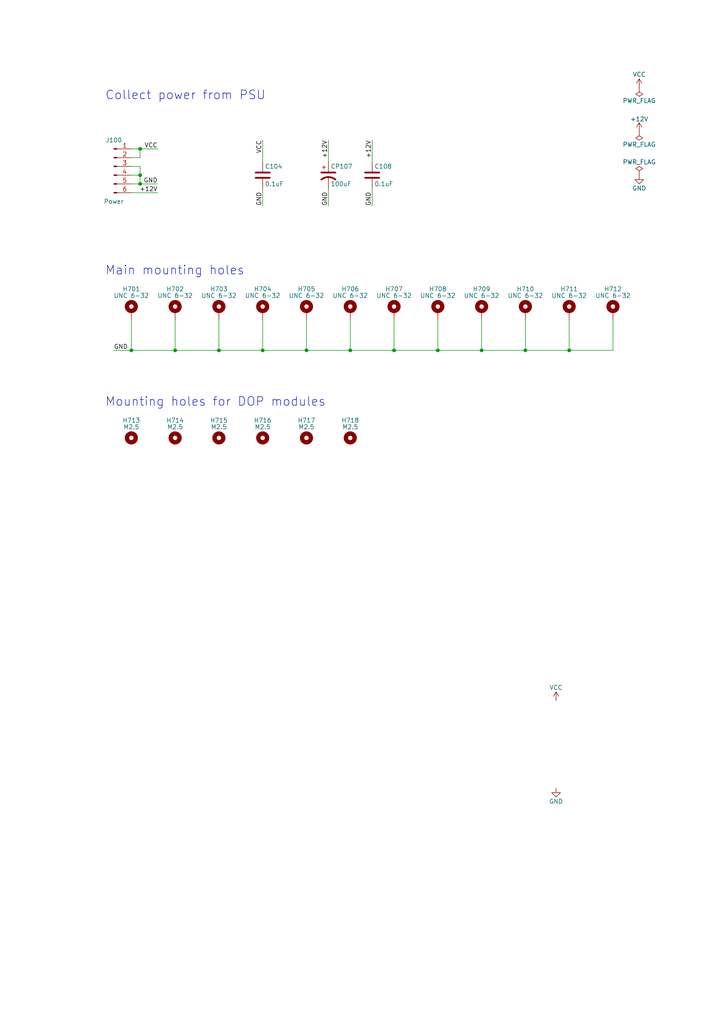
<source format=kicad_sch>
(kicad_sch (version 20230121) (generator eeschema)
  (paper "A4" portrait)
  (title_block (title "ReSTe mignon") (date "2022-07-13") (rev "mk0-0.1") (company "David SPORN") (comment 2 "original repository : https://github.com/sporniket/reste-mignon") (comment 4 "A remake of the Atari STe with some fixes applied and a target size of 25×18cm (B5)"))
  (lib_symbols
    (symbol "Connector:Conn_01x06_Male" (pin_names (offset 1.016) hide)
      (property "Reference" "J" (at 0 7.62 0))
      (property "Value" "Conn_01x06_Male" (at 0 -10.16 0))
      (symbol "Conn_01x06_Male_1_1"
        (polyline (pts (xy 1.27 -7.62) (xy 0.8636 -7.62)) (stroke (width 0.1524)))
        (polyline (pts (xy 1.27 -5.08) (xy 0.8636 -5.08)) (stroke (width 0.1524)))
        (polyline (pts (xy 1.27 -2.54) (xy 0.8636 -2.54)) (stroke (width 0.1524)))
        (polyline (pts (xy 1.27 0) (xy 0.8636 0)) (stroke (width 0.1524)))
        (polyline (pts (xy 1.27 2.54) (xy 0.8636 2.54)) (stroke (width 0.1524)))
        (polyline (pts (xy 1.27 5.08) (xy 0.8636 5.08)) (stroke (width 0.1524)))
        (rectangle (start 0.8636 -7.493) (end 0 -7.747) (stroke (width 0.1524)) (fill (type outline)))
        (rectangle (start 0.8636 -4.953) (end 0 -5.207) (stroke (width 0.1524)) (fill (type outline)))
        (rectangle (start 0.8636 -2.413) (end 0 -2.667) (stroke (width 0.1524)) (fill (type outline)))
        (rectangle (start 0.8636 0.127) (end 0 -0.127) (stroke (width 0.1524)) (fill (type outline)))
        (rectangle (start 0.8636 2.667) (end 0 2.413) (stroke (width 0.1524)) (fill (type outline)))
        (rectangle (start 0.8636 5.207) (end 0 4.953) (stroke (width 0.1524)) (fill (type outline)))
        (pin passive line (at 5.08 5.08 180) (length 3.81) (name "Pin_1") (number "1"))
        (pin passive line (at 5.08 2.54 180) (length 3.81) (name "Pin_2") (number "2"))
        (pin passive line (at 5.08 0 180) (length 3.81) (name "Pin_3") (number "3"))
        (pin passive line (at 5.08 -2.54 180) (length 3.81) (name "Pin_4") (number "4"))
        (pin passive line (at 5.08 -5.08 180) (length 3.81) (name "Pin_5") (number "5"))
        (pin passive line (at 5.08 -7.62 180) (length 3.81) (name "Pin_6") (number "6"))
      )
    )
    (symbol "Device:C" (pin_numbers hide) (pin_names (offset 0.254))
      (property "Reference" "C" (at 0.635 2.54 0))
      (property "Value" "C" (at 0.635 -2.54 0))
      (symbol "C_0_1"
        (polyline (pts (xy -2.032 -0.762) (xy 2.032 -0.762)) (stroke (width 0.508)))
        (polyline (pts (xy -2.032 0.762) (xy 2.032 0.762)) (stroke (width 0.508)))
      )
      (symbol "C_1_1"
        (pin passive line (at 0 3.81 270) (length 2.794) (name "~") (number "1"))
        (pin passive line (at 0 -3.81 90) (length 2.794) (name "~") (number "2"))
      )
    )
    (symbol "Device:C_Polarized_US" (pin_numbers hide) (pin_names (offset 0.254) hide)
      (property "Reference" "C" (at 0.635 2.54 0))
      (property "Value" "C_Polarized_US" (at 0.635 -2.54 0))
      (symbol "C_Polarized_US_0_1"
        (polyline (pts (xy -2.032 0.762) (xy 2.032 0.762)) (stroke (width 0.508)))
        (polyline (pts (xy -1.778 2.286) (xy -0.762 2.286)))
        (polyline (pts (xy -1.27 1.778) (xy -1.27 2.794)))
        (arc (start 2.032 -1.27) (mid 0 -0.5572) (end -2.032 -1.27) (stroke (width 0.508)))
      )
      (symbol "C_Polarized_US_1_1"
        (pin passive line (at 0 3.81 270) (length 2.794) (name "~") (number "1"))
        (pin passive line (at 0 -3.81 90) (length 3.302) (name "~") (number "2"))
      )
    )
    (symbol "Mechanical:MountingHole" (pin_names (offset 1.016))
      (property "Reference" "H" (at 0 5.08 0))
      (property "Value" "MountingHole" (at 0 3.175 0))
      (symbol "MountingHole_0_1"
        (circle (center 0 0) (radius 1.27) (stroke (width 1.27)))
      )
    )
    (symbol "Mechanical:MountingHole_Pad" (pin_numbers hide) (pin_names (offset 1.016) hide)
      (property "Reference" "H" (at 0 6.35 0))
      (property "Value" "MountingHole_Pad" (at 0 4.445 0))
      (symbol "MountingHole_Pad_0_1"
        (circle (center 0 1.27) (radius 1.27) (stroke (width 1.27)))
      )
      (symbol "MountingHole_Pad_1_1"
        (pin input line (at 0 -2.54 90) (length 2.54) (name "1") (number "1"))
      )
    )
    (symbol "power:+12V" (power) (pin_names (offset 0))
      (property "Value" "+12V" (at 0 3.556 0))
      (symbol "+12V_0_1"
        (polyline (pts (xy -0.762 1.27) (xy 0 2.54)))
        (polyline (pts (xy 0 0) (xy 0 2.54)))
        (polyline (pts (xy 0 2.54) (xy 0.762 1.27)))
      )
      (symbol "+12V_1_1"
        (pin power_in line (at 0 0 90) (length 0) hide (name "+12V") (number "1"))
      )
    )
    (symbol "power:GND" (power) (pin_names (offset 0))
      (property "Value" "GND" (at 0 -3.81 0))
      (symbol "GND_0_1"
        (polyline (pts (xy 0 0) (xy 0 -1.27) (xy 1.27 -1.27) (xy 0 -2.54) (xy -1.27 -1.27) (xy 0 -1.27)))
      )
      (symbol "GND_1_1"
        (pin power_in line (at 0 0 270) (length 0) hide (name "GND") (number "1"))
      )
    )
    (symbol "power:PWR_FLAG" (power) (pin_numbers hide) (pin_names (offset 0) hide)
      (property "Value" "PWR_FLAG" (at 0 3.81 0))
      (symbol "PWR_FLAG_0_0"
        (pin power_out line (at 0 0 90) (length 0) (name "pwr") (number "1"))
      )
      (symbol "PWR_FLAG_0_1"
        (polyline (pts (xy 0 0) (xy 0 1.27) (xy -1.016 1.905) (xy 0 2.54) (xy 1.016 1.905) (xy 0 1.27)))
      )
    )
    (symbol "power:VCC" (power) (pin_names (offset 0))
      (property "Value" "VCC" (at 0 3.81 0))
      (symbol "VCC_0_1"
        (polyline (pts (xy -0.762 1.27) (xy 0 2.54)))
        (polyline (pts (xy 0 0) (xy 0 2.54)))
        (polyline (pts (xy 0 2.54) (xy 0.762 1.27)))
      )
      (symbol "VCC_1_1"
        (pin power_in line (at 0 0 90) (length 0) hide (name "VCC") (number "1"))
      )
    )
  )
  (junction (at 114.3 101.6))
  (junction (at 40.64 50.8))
  (junction (at 40.64 53.34))
  (junction (at 50.8 101.6))
  (junction (at 139.7 101.6))
  (junction (at 76.2 101.6))
  (junction (at 152.4 101.6))
  (junction (at 88.9 101.6))
  (junction (at 127 101.6))
  (junction (at 40.64 43.18))
  (junction (at 101.6 101.6))
  (junction (at 165.1 101.6))
  (junction (at 38.1 101.6))
  (junction (at 63.5 101.6))
  (wire (pts (xy 152.4 92.71) (xy 152.4 101.6)))
  (wire (pts (xy 40.64 53.34) (xy 45.72 53.34)))
  (wire (pts (xy 33.02 101.6) (xy 38.1 101.6)))
  (wire (pts (xy 101.6 101.6) (xy 114.3 101.6)))
  (wire (pts (xy 76.2 101.6) (xy 88.9 101.6)))
  (wire (pts (xy 76.2 46.99) (xy 76.2 40.64)))
  (wire (pts (xy 127 101.6) (xy 139.7 101.6)))
  (wire (pts (xy 50.8 101.6) (xy 63.5 101.6)))
  (wire (pts (xy 76.2 59.69) (xy 76.2 54.61)))
  (wire (pts (xy 38.1 53.34) (xy 40.64 53.34)))
  (wire (pts (xy 127 92.71) (xy 127 101.6)))
  (wire (pts (xy 40.64 50.8) (xy 40.64 53.34)))
  (wire (pts (xy 63.5 92.71) (xy 63.5 101.6)))
  (wire (pts (xy 38.1 101.6) (xy 50.8 101.6)))
  (wire (pts (xy 40.64 43.18) (xy 45.72 43.18)))
  (wire (pts (xy 38.1 43.18) (xy 40.64 43.18)))
  (wire (pts (xy 165.1 101.6) (xy 177.8 101.6)))
  (wire (pts (xy 76.2 92.71) (xy 76.2 101.6)))
  (wire (pts (xy 139.7 101.6) (xy 152.4 101.6)))
  (wire (pts (xy 40.64 48.26) (xy 40.64 50.8)))
  (wire (pts (xy 107.95 46.99) (xy 107.95 40.64)))
  (wire (pts (xy 177.8 101.6) (xy 177.8 92.71)))
  (wire (pts (xy 40.64 45.72) (xy 40.64 43.18)))
  (wire (pts (xy 107.95 59.69) (xy 107.95 54.61)))
  (wire (pts (xy 50.8 92.71) (xy 50.8 101.6)))
  (wire (pts (xy 139.7 92.71) (xy 139.7 101.6)))
  (wire (pts (xy 38.1 48.26) (xy 40.64 48.26)))
  (wire (pts (xy 38.1 45.72) (xy 40.64 45.72)))
  (wire (pts (xy 114.3 92.71) (xy 114.3 101.6)))
  (wire (pts (xy 38.1 92.71) (xy 38.1 101.6)))
  (wire (pts (xy 165.1 92.71) (xy 165.1 101.6)))
  (wire (pts (xy 152.4 101.6) (xy 165.1 101.6)))
  (wire (pts (xy 95.25 59.69) (xy 95.25 54.61)))
  (wire (pts (xy 88.9 92.71) (xy 88.9 101.6)))
  (wire (pts (xy 101.6 92.71) (xy 101.6 101.6)))
  (wire (pts (xy 95.25 46.99) (xy 95.25 40.64)))
  (wire (pts (xy 63.5 101.6) (xy 76.2 101.6)))
  (wire (pts (xy 114.3 101.6) (xy 127 101.6)))
  (wire (pts (xy 88.9 101.6) (xy 101.6 101.6)))
  (wire (pts (xy 38.1 55.88) (xy 45.72 55.88)))
  (wire (pts (xy 38.1 50.8) (xy 40.64 50.8)))
  (text "Collect power from PSU" (at 30.48 29.21 0) (effects (font (size 2.54 2.54)) (justify left bottom)))
  (text "Mounting holes for DOP modules" (at 30.48 118.11 0) (effects (font (size 2.54 2.54)) (justify left bottom)))
  (text "Main mounting holes" (at 30.48 80.01 0) (effects (font (size 2.54 2.54)) (justify left bottom)))
  (label "GND" (at 33.02 101.6 0))
  (label "GND" (at 45.72 53.34 180))
  (label "GND" (at 107.95 59.69 90))
  (label "GND" (at 76.2 59.69 90))
  (label "+12V" (at 95.25 40.64 270))
  (label "VCC" (at 76.2 40.64 270))
  (label "GND" (at 95.25 59.69 90))
  (label "+12V" (at 45.72 55.88 180))
  (label "VCC" (at 45.72 43.18 180))
  (label "+12V" (at 107.95 40.64 270))
  (symbol (lib_id "Connector:Conn_01x06_Male") (at 33.02 48.26 0) (unit 1)
    (property "Reference" "J100" (at 33.02 40.64 0))
    (property "Value" "Power" (at 33.02 58.42 0))
    (property "Footprint" "Connector_Molex:Molex_KK-254_AE-6410-06A_1x06_P2.54mm_Vertical" (effects hide))
  )
  (symbol (lib_id "Device:C_Polarized_US") (at 95.25 50.8 0) (unit 1)
    (property "Reference" "CP107" (at 95.885 48.26 0) (effects (justify left)))
    (property "Value" "100uF" (at 95.885 53.34 0) (effects (justify left)))
    (property "Footprint" "Capacitor_THT:C_Radial_D8.0mm_H11.5mm_P3.50mm" (effects hide))
  )
  (symbol (lib_id "Device:C") (at 76.2 50.8 0) (unit 1)
    (property "Reference" "C104" (at 76.835 48.26 0) (effects (justify left)))
    (property "Value" "0.1uF" (at 76.835 53.34 0) (effects (justify left)))
    (property "Footprint" "Capacitor_SMD:C_1206_3216Metric_Pad1.33x1.80mm_HandSolder" (effects hide))
  )
  (symbol (lib_id "Device:C") (at 107.95 50.8 0) (unit 1)
    (property "Reference" "C108" (at 108.585 48.26 0) (effects (justify left)))
    (property "Value" "0.1uF" (at 108.585 53.34 0) (effects (justify left)))
    (property "Footprint" "Capacitor_SMD:C_1206_3216Metric_Pad1.33x1.80mm_HandSolder" (effects hide))
  )
  (symbol (lib_id "power:PWR_FLAG") (at 185.42 25.4 180) (unit 1)
    (property "Reference" "#FLG0101" (effects hide))
    (property "Value" "PWR_FLAG" (at 185.42 29.21 0))
  )
  (symbol (lib_id "power:PWR_FLAG") (at 185.42 50.8 0) (unit 1)
    (property "Reference" "#FLG0103" (effects hide))
    (property "Value" "PWR_FLAG" (at 185.42 46.99 0))
  )
  (symbol (lib_id "power:PWR_FLAG") (at 185.42 38.1 180) (unit 1)
    (property "Reference" "#FLG0102" (effects hide))
    (property "Value" "PWR_FLAG" (at 185.42 41.91 0))
  )
  (symbol (lib_id "power:VCC") (at 185.42 25.4 0) (unit 1)
    (property "Reference" "#PWR0102" (effects hide))
    (property "Value" "VCC" (at 185.42 21.59 0))
  )
  (symbol (lib_id "power:+12V") (at 185.42 38.1 0) (unit 1)
    (property "Reference" "#PWR0103" (effects hide))
    (property "Value" "+12V" (at 185.42 34.544 0))
  )
  (symbol (lib_id "power:GND") (at 185.42 50.8 0) (unit 1)
    (property "Reference" "#PWR0101" (effects hide))
    (property "Value" "GND" (at 185.42 54.61 0))
  )
  (symbol (lib_id "Mechanical:MountingHole_Pad") (at 38.1 90.17 0) (unit 1)
    (property "Reference" "H701" (at 38.1 83.82 0))
    (property "Value" "UNC 6-32" (at 38.1 85.725 0))
    (property "Footprint" "unc-mounting-holes:MountingHole_3.7mm_UTS_6_Pad_Via" (effects hide))
  )
  (symbol (lib_id "Mechanical:MountingHole_Pad") (at 50.8 90.17 0) (unit 1)
    (property "Reference" "H702" (at 50.8 83.82 0))
    (property "Value" "UNC 6-32" (at 50.8 85.725 0))
    (property "Footprint" "unc-mounting-holes:MountingHole_3.7mm_UTS_6_Pad_Via" (effects hide))
  )
  (symbol (lib_id "Mechanical:MountingHole_Pad") (at 63.5 90.17 0) (unit 1)
    (property "Reference" "H703" (at 63.5 83.82 0))
    (property "Value" "UNC 6-32" (at 63.5 85.725 0))
    (property "Footprint" "unc-mounting-holes:MountingHole_3.7mm_UTS_6_Pad_Via" (effects hide))
  )
  (symbol (lib_id "Mechanical:MountingHole_Pad") (at 76.2 90.17 0) (unit 1)
    (property "Reference" "H704" (at 76.2 83.82 0))
    (property "Value" "UNC 6-32" (at 76.2 85.725 0))
    (property "Footprint" "unc-mounting-holes:MountingHole_3.7mm_UTS_6_Pad_Via" (effects hide))
  )
  (symbol (lib_id "Mechanical:MountingHole_Pad") (at 88.9 90.17 0) (unit 1)
    (property "Reference" "H705" (at 88.9 83.82 0))
    (property "Value" "UNC 6-32" (at 88.9 85.725 0))
    (property "Footprint" "unc-mounting-holes:MountingHole_3.7mm_UTS_6_Pad_Via" (effects hide))
  )
  (symbol (lib_id "Mechanical:MountingHole_Pad") (at 101.6 90.17 0) (unit 1)
    (property "Reference" "H706" (at 101.6 83.82 0))
    (property "Value" "UNC 6-32" (at 101.6 85.725 0))
    (property "Footprint" "unc-mounting-holes:MountingHole_3.7mm_UTS_6_Pad_Via" (effects hide))
  )
  (symbol (lib_id "Mechanical:MountingHole_Pad") (at 114.3 90.17 0) (unit 1)
    (property "Reference" "H707" (at 114.3 83.82 0))
    (property "Value" "UNC 6-32" (at 114.3 85.725 0))
    (property "Footprint" "unc-mounting-holes:MountingHole_3.7mm_UTS_6_Pad_Via" (effects hide))
  )
  (symbol (lib_id "Mechanical:MountingHole_Pad") (at 127 90.17 0) (unit 1)
    (property "Reference" "H708" (at 127 83.82 0))
    (property "Value" "UNC 6-32" (at 127 85.725 0))
    (property "Footprint" "unc-mounting-holes:MountingHole_3.7mm_UTS_6_Pad_Via" (effects hide))
  )
  (symbol (lib_id "Mechanical:MountingHole_Pad") (at 139.7 90.17 0) (unit 1)
    (property "Reference" "H709" (at 139.7 83.82 0))
    (property "Value" "UNC 6-32" (at 139.7 85.725 0))
    (property "Footprint" "unc-mounting-holes:MountingHole_3.7mm_UTS_6_Pad_Via" (effects hide))
  )
  (symbol (lib_id "Mechanical:MountingHole_Pad") (at 152.4 90.17 0) (unit 1)
    (property "Reference" "H710" (at 152.4 83.82 0))
    (property "Value" "UNC 6-32" (at 152.4 85.725 0))
    (property "Footprint" "unc-mounting-holes:MountingHole_3.7mm_UTS_6_Pad_Via" (effects hide))
  )
  (symbol (lib_id "Mechanical:MountingHole_Pad") (at 165.1 90.17 0) (unit 1)
    (property "Reference" "H711" (at 165.1 83.82 0))
    (property "Value" "UNC 6-32" (at 165.1 85.725 0))
    (property "Footprint" "unc-mounting-holes:MountingHole_3.7mm_UTS_6_Pad_Via" (effects hide))
  )
  (symbol (lib_id "Mechanical:MountingHole_Pad") (at 177.8 90.17 0) (unit 1)
    (property "Reference" "H712" (at 177.8 83.82 0))
    (property "Value" "UNC 6-32" (at 177.8 85.725 0))
    (property "Footprint" "unc-mounting-holes:MountingHole_3.7mm_UTS_6_Pad_Via" (effects hide))
  )
  (symbol (lib_id "Mechanical:MountingHole") (at 38.1 127 0) (unit 1)
    (property "Reference" "H713" (at 38.1 121.92 0))
    (property "Value" "M2.5" (at 38.1 123.825 0))
    (property "Footprint" "mounting-holes:MountingHole_2.7mm_M2.5_clear_10mm" (effects hide))
  )
  (symbol (lib_id "Mechanical:MountingHole") (at 50.8 127 0) (unit 1)
    (property "Reference" "H714" (at 50.8 121.92 0))
    (property "Value" "M2.5" (at 50.8 123.825 0))
    (property "Footprint" "mounting-holes:MountingHole_2.7mm_M2.5_clear_10mm" (effects hide))
  )
  (symbol (lib_id "Mechanical:MountingHole") (at 63.5 127 0) (unit 1)
    (property "Reference" "H715" (at 63.5 121.92 0))
    (property "Value" "M2.5" (at 63.5 123.825 0))
    (property "Footprint" "mounting-holes:MountingHole_2.7mm_M2.5_clear_10mm" (effects hide))
  )
  (symbol (lib_id "Mechanical:MountingHole") (at 76.2 127 0) (unit 1)
    (property "Reference" "H716" (at 76.2 121.92 0))
    (property "Value" "M2.5" (at 76.2 123.825 0))
    (property "Footprint" "mounting-holes:MountingHole_2.7mm_M2.5_clear_10mm" (effects hide))
  )
  (symbol (lib_id "Mechanical:MountingHole") (at 88.9 127 0) (unit 1)
    (property "Reference" "H717" (at 88.9 121.92 0))
    (property "Value" "M2.5" (at 88.9 123.825 0))
    (property "Footprint" "mounting-holes:MountingHole_2.7mm_M2.5_clear_10mm" (effects hide))
  )
  (symbol (lib_id "Mechanical:MountingHole") (at 101.6 127 0) (unit 1)
    (property "Reference" "H718" (at 101.6 121.92 0))
    (property "Value" "M2.5" (at 101.6 123.825 0))
    (property "Footprint" "mounting-holes:MountingHole_2.7mm_M2.5_clear_10mm" (effects hide))
  )
  (symbol (lib_id "power:VCC") (at 161.29 203.2 0) (unit 1)
    (property "Reference" "#PWR0116" (effects hide))
    (property "Value" "VCC" (at 161.29 199.39 0))
  )
  (symbol (lib_id "power:GND") (at 161.29 228.6 0) (unit 1)
    (property "Reference" "#PWR0117" (effects hide))
    (property "Value" "GND" (at 161.29 232.41 0))
  )
)
</source>
